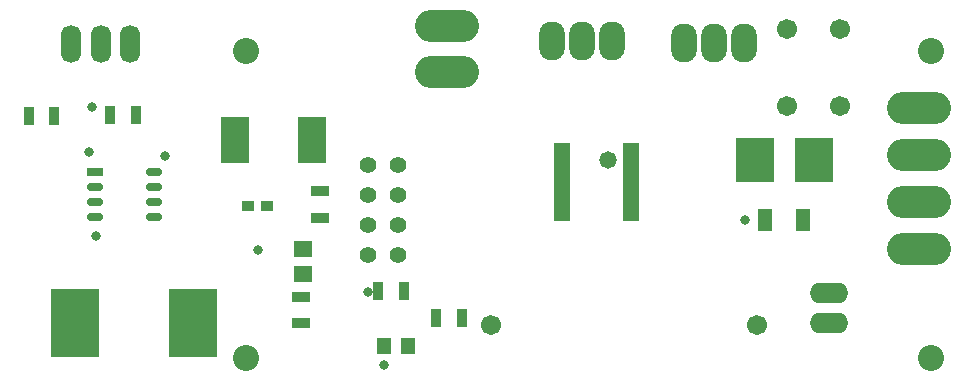
<source format=gts>
G04*
G04 #@! TF.GenerationSoftware,Altium Limited,Altium Designer,21.6.1 (37)*
G04*
G04 Layer_Color=8388736*
%FSLAX23Y23*%
%MOIN*%
G70*
G04*
G04 #@! TF.SameCoordinates,0FF5D6F2-8617-485F-BAA8-9F26F2E2BD2E*
G04*
G04*
G04 #@! TF.FilePolarity,Negative*
G04*
G01*
G75*
%ADD29R,0.126X0.146*%
%ADD30R,0.160X0.225*%
%ADD31R,0.097X0.157*%
%ADD32R,0.058X0.264*%
%ADD33R,0.055X0.028*%
%ADD34O,0.055X0.028*%
%ADD35R,0.036X0.059*%
%ADD36R,0.059X0.036*%
%ADD37R,0.047X0.075*%
%ADD38R,0.039X0.036*%
%ADD39R,0.061X0.055*%
%ADD40R,0.047X0.055*%
%ADD41O,0.213X0.108*%
%ADD42C,0.055*%
%ADD43C,0.087*%
%ADD44C,0.067*%
%ADD45O,0.068X0.126*%
%ADD46O,0.128X0.068*%
%ADD47O,0.087X0.130*%
%ADD48C,0.032*%
%ADD49C,0.058*%
D29*
X2760Y811D02*
D03*
X2563D02*
D03*
D30*
X690Y267D02*
D03*
X298D02*
D03*
D31*
X1085Y878D02*
D03*
X829D02*
D03*
D32*
X2150Y736D02*
D03*
X1920D02*
D03*
D33*
X364Y771D02*
D03*
D34*
Y721D02*
D03*
Y671D02*
D03*
Y621D02*
D03*
X561Y771D02*
D03*
Y721D02*
D03*
Y671D02*
D03*
Y621D02*
D03*
D35*
X500Y961D02*
D03*
X413D02*
D03*
X142Y957D02*
D03*
X228D02*
D03*
X1587Y283D02*
D03*
X1500D02*
D03*
X1307Y374D02*
D03*
X1394D02*
D03*
D36*
X1114Y618D02*
D03*
Y705D02*
D03*
X1051Y354D02*
D03*
Y268D02*
D03*
D37*
X2724Y610D02*
D03*
X2598D02*
D03*
D38*
X874Y657D02*
D03*
X937D02*
D03*
D39*
X1055Y431D02*
D03*
Y514D02*
D03*
D40*
X1327Y189D02*
D03*
X1406D02*
D03*
D41*
X3110Y982D02*
D03*
Y826D02*
D03*
Y514D02*
D03*
Y670D02*
D03*
X1537Y1102D02*
D03*
Y1258D02*
D03*
D42*
X1273Y492D02*
D03*
Y592D02*
D03*
Y692D02*
D03*
Y792D02*
D03*
X1373Y492D02*
D03*
Y592D02*
D03*
Y692D02*
D03*
Y792D02*
D03*
D43*
X3150Y1173D02*
D03*
Y150D02*
D03*
X866Y1173D02*
D03*
Y150D02*
D03*
D44*
X1684Y260D02*
D03*
X2570D02*
D03*
X2670Y989D02*
D03*
Y1245D02*
D03*
X2847Y989D02*
D03*
Y1245D02*
D03*
D45*
X382Y1197D02*
D03*
X283D02*
D03*
X480D02*
D03*
D46*
X2810Y267D02*
D03*
Y367D02*
D03*
D47*
X2525Y1201D02*
D03*
X2325D02*
D03*
X2425D02*
D03*
X2088Y1205D02*
D03*
X1888D02*
D03*
X1988D02*
D03*
D48*
X907Y510D02*
D03*
X1273Y369D02*
D03*
X2530Y609D02*
D03*
X1328Y125D02*
D03*
X366Y558D02*
D03*
X353Y986D02*
D03*
X343Y836D02*
D03*
X598Y824D02*
D03*
D49*
X2074Y811D02*
D03*
M02*

</source>
